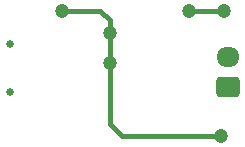
<source format=gbr>
%TF.GenerationSoftware,KiCad,Pcbnew,8.0.2*%
%TF.CreationDate,2025-07-12T13:28:42+07:00*%
%TF.ProjectId,Li-Ion Charger Controller,4c692d49-6f6e-4204-9368-617267657220,rev?*%
%TF.SameCoordinates,Original*%
%TF.FileFunction,Copper,L2,Bot*%
%TF.FilePolarity,Positive*%
%FSLAX46Y46*%
G04 Gerber Fmt 4.6, Leading zero omitted, Abs format (unit mm)*
G04 Created by KiCad (PCBNEW 8.0.2) date 2025-07-12 13:28:42*
%MOMM*%
%LPD*%
G01*
G04 APERTURE LIST*
G04 Aperture macros list*
%AMRoundRect*
0 Rectangle with rounded corners*
0 $1 Rounding radius*
0 $2 $3 $4 $5 $6 $7 $8 $9 X,Y pos of 4 corners*
0 Add a 4 corners polygon primitive as box body*
4,1,4,$2,$3,$4,$5,$6,$7,$8,$9,$2,$3,0*
0 Add four circle primitives for the rounded corners*
1,1,$1+$1,$2,$3*
1,1,$1+$1,$4,$5*
1,1,$1+$1,$6,$7*
1,1,$1+$1,$8,$9*
0 Add four rect primitives between the rounded corners*
20,1,$1+$1,$2,$3,$4,$5,0*
20,1,$1+$1,$4,$5,$6,$7,0*
20,1,$1+$1,$6,$7,$8,$9,0*
20,1,$1+$1,$8,$9,$2,$3,0*%
G04 Aperture macros list end*
%TA.AperFunction,ComponentPad*%
%ADD10C,0.650000*%
%TD*%
%TA.AperFunction,ComponentPad*%
%ADD11RoundRect,0.250000X0.725000X-0.600000X0.725000X0.600000X-0.725000X0.600000X-0.725000X-0.600000X0*%
%TD*%
%TA.AperFunction,ComponentPad*%
%ADD12O,1.950000X1.700000*%
%TD*%
%TA.AperFunction,ViaPad*%
%ADD13C,1.200000*%
%TD*%
%TA.AperFunction,Conductor*%
%ADD14C,0.381000*%
%TD*%
G04 APERTURE END LIST*
D10*
%TO.P,J2,*%
%TO.N,*%
X147137500Y-90340000D03*
X147137500Y-94340000D03*
%TD*%
D11*
%TO.P,J1,1,Pin_1*%
%TO.N,Net-(J1-Pin_1)*%
X165600000Y-93950000D03*
D12*
%TO.P,J1,2,Pin_2*%
%TO.N,GND*%
X165600000Y-91450000D03*
%TD*%
D13*
%TO.N,GND*%
X162300000Y-87500000D03*
X155600000Y-89400000D03*
X165070340Y-98136236D03*
X155600000Y-91909253D03*
X151600000Y-87500000D03*
X165300000Y-87500000D03*
%TD*%
D14*
%TO.N,GND*%
X151600000Y-87500000D02*
X154800000Y-87500000D01*
X155600000Y-88300000D02*
X155600000Y-89400000D01*
X165070340Y-98136236D02*
X156636236Y-98136236D01*
X165300000Y-87500000D02*
X162300000Y-87500000D01*
X156636236Y-98136236D02*
X155600000Y-97100000D01*
X154800000Y-87500000D02*
X155600000Y-88300000D01*
X155600000Y-97100000D02*
X155600000Y-91909253D01*
X155600000Y-91909253D02*
X155600000Y-89400000D01*
%TD*%
M02*

</source>
